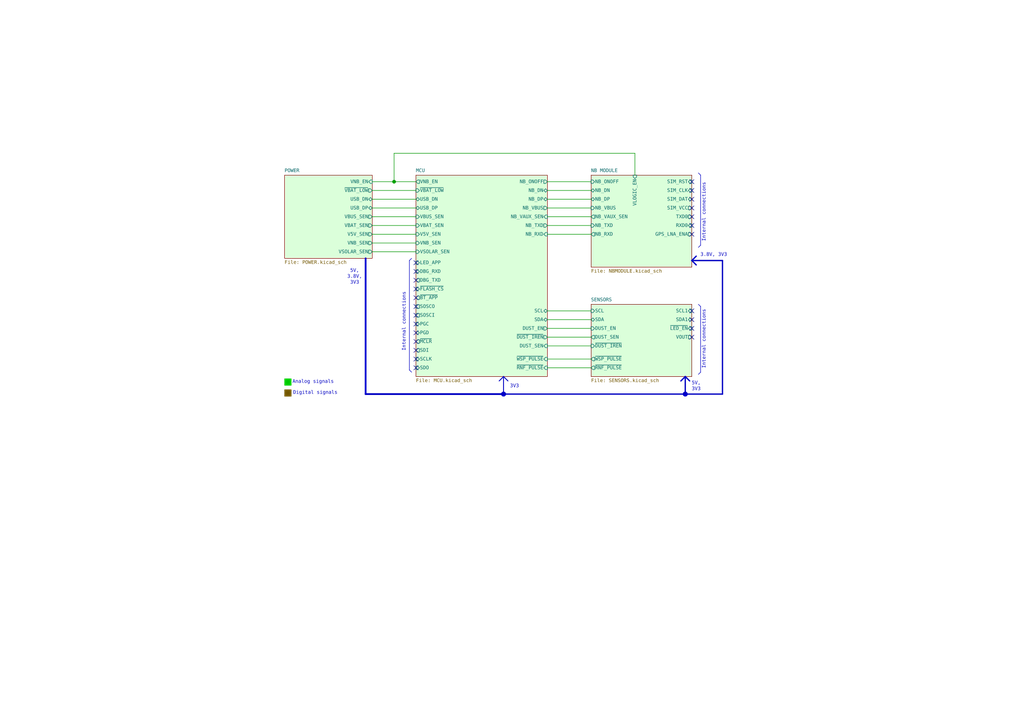
<source format=kicad_sch>
(kicad_sch
	(version 20231120)
	(generator "eeschema")
	(generator_version "8.0")
	(uuid "1dbde4b3-a3f3-4db1-8613-41244da68cdc")
	(paper "A4")
	(lib_symbols)
	(junction
		(at 114.3 52.705)
		(diameter 0)
		(color 0 0 0 0)
		(uuid "b4623f3c-e5dd-41dc-9d20-9e77ff2b172e")
	)
	(no_connect
		(at 200.66 90.17)
		(uuid "088f9468-739b-4da6-be18-6ceed1c6cc84")
	)
	(no_connect
		(at 120.65 88.9)
		(uuid "0894191f-a89c-433f-b937-ca7ef8140bd9")
	)
	(no_connect
		(at 120.65 81.28)
		(uuid "1d00ce6d-f057-4d71-830f-6d92e296a944")
	)
	(no_connect
		(at 120.65 76.2)
		(uuid "2718cc6f-4390-47ec-967d-ed1bf750a3b3")
	)
	(no_connect
		(at 200.66 67.945)
		(uuid "313d1442-9c29-455c-9152-f5809dbe3408")
	)
	(no_connect
		(at 120.65 91.44)
		(uuid "31c7cb29-afb9-4300-82dd-72d48861c6ea")
	)
	(no_connect
		(at 200.66 97.79)
		(uuid "324d5992-7989-4c15-979f-a851557ba1fb")
	)
	(no_connect
		(at 120.65 83.82)
		(uuid "3d9d32eb-3bf0-48f5-ad7a-7a4ef645345c")
	)
	(no_connect
		(at 120.65 104.14)
		(uuid "51cc94d3-0602-4383-8b4e-e8dc61df7c4f")
	)
	(no_connect
		(at 120.65 96.52)
		(uuid "5bec96de-8c9f-40de-80de-029b4e77cf36")
	)
	(no_connect
		(at 200.66 65.405)
		(uuid "67c64069-bd3c-4431-ba38-328b7d6fc0b6")
	)
	(no_connect
		(at 200.66 92.71)
		(uuid "738d8481-1d38-49ba-a162-b69251e4091b")
	)
	(no_connect
		(at 200.66 62.865)
		(uuid "7c275d27-f66c-4041-91cf-0c436c9b82cb")
	)
	(no_connect
		(at 200.66 55.245)
		(uuid "81c71508-b489-4cb5-910e-57436e982613")
	)
	(no_connect
		(at 120.65 86.36)
		(uuid "84198faa-0908-4f59-835f-551c81566bcb")
	)
	(no_connect
		(at 200.66 95.25)
		(uuid "9326120a-41e4-4542-b0a7-16719e3b61fe")
	)
	(no_connect
		(at 200.66 57.785)
		(uuid "9363f7c9-775b-44dc-ab01-209414718e33")
	)
	(no_connect
		(at 200.66 52.705)
		(uuid "aef96f0e-b461-4ca7-82c9-219294c7c846")
	)
	(no_connect
		(at 200.66 60.325)
		(uuid "beac3de5-7543-4f1f-b772-80423a9e6397")
	)
	(no_connect
		(at 120.65 78.74)
		(uuid "cbfd627d-63a0-4987-897e-d2e92fa5ae6e")
	)
	(no_connect
		(at 120.65 93.98)
		(uuid "cd3d229e-720c-4766-b39c-ce0a22e0fb39")
	)
	(no_connect
		(at 120.65 106.68)
		(uuid "d2f8ccea-75a1-4d37-b3c6-06a8d234e393")
	)
	(no_connect
		(at 120.65 101.6)
		(uuid "eabeef8c-f50e-4205-a883-a09af7d04a46")
	)
	(no_connect
		(at 120.65 99.06)
		(uuid "fdb098a3-76b2-466f-86e5-c30de281e91d")
	)
	(polyline
		(pts
			(xy 203.2 88.9) (xy 203.2 107.95)
		)
		(stroke
			(width 0)
			(type default)
		)
		(uuid "07d34317-c02a-438c-b6a0-52cf8ed80b02")
	)
	(wire
		(pts
			(xy 158.75 104.14) (xy 171.45 104.14)
		)
		(stroke
			(width 0)
			(type default)
		)
		(uuid "0ad8c395-f35b-4e3c-a1d6-5f6922f0dcf9")
	)
	(wire
		(pts
			(xy 158.75 62.865) (xy 171.45 62.865)
		)
		(stroke
			(width 0)
			(type default)
		)
		(uuid "0d50b26a-8119-468c-8197-6fec06373f85")
	)
	(wire
		(pts
			(xy 107.95 57.785) (xy 120.65 57.785)
		)
		(stroke
			(width 0)
			(type default)
		)
		(uuid "103e3543-8cae-45e5-87ba-40fd093145c5")
	)
	(polyline
		(pts
			(xy 146.05 109.22) (xy 147.32 110.49)
		)
		(stroke
			(width 0.254)
			(type default)
		)
		(uuid "2037e504-d315-4aa5-8600-8b898bf2b60a")
	)
	(wire
		(pts
			(xy 158.75 90.17) (xy 171.45 90.17)
		)
		(stroke
			(width 0)
			(type default)
		)
		(uuid "20cdfeef-f725-4187-938b-73ae8872d18a")
	)
	(wire
		(pts
			(xy 107.95 62.865) (xy 120.65 62.865)
		)
		(stroke
			(width 0)
			(type default)
		)
		(uuid "2ab48e59-c94a-4458-a93e-9bfe1f7f0684")
	)
	(wire
		(pts
			(xy 158.75 57.785) (xy 171.45 57.785)
		)
		(stroke
			(width 0)
			(type default)
		)
		(uuid "2dcaddab-3eff-4597-b741-1838633f43cb")
	)
	(polyline
		(pts
			(xy 119.38 74.93) (xy 118.745 75.565)
		)
		(stroke
			(width 0)
			(type default)
		)
		(uuid "3207dd72-9b66-4aab-a18b-cb242312087d")
	)
	(wire
		(pts
			(xy 158.75 67.945) (xy 171.45 67.945)
		)
		(stroke
			(width 0)
			(type default)
		)
		(uuid "349c28ef-de2f-4132-bb7f-0c15b6e20adb")
	)
	(wire
		(pts
			(xy 158.75 52.705) (xy 171.45 52.705)
		)
		(stroke
			(width 0)
			(type default)
		)
		(uuid "372ecbe0-53d5-4cca-9137-82f23de85e84")
	)
	(polyline
		(pts
			(xy 202.565 71.755) (xy 203.2 71.12)
		)
		(stroke
			(width 0)
			(type default)
		)
		(uuid "3c466834-49ea-48ed-a8a9-7691ca0e12f6")
	)
	(polyline
		(pts
			(xy 202.565 50.165) (xy 203.2 50.8)
		)
		(stroke
			(width 0)
			(type default)
		)
		(uuid "3dfe2a9d-d683-41be-8eb5-00d6140d0064")
	)
	(polyline
		(pts
			(xy 202.565 108.585) (xy 203.2 107.95)
		)
		(stroke
			(width 0)
			(type default)
		)
		(uuid "403f7d7c-bd92-4219-a5ed-2cc428bb8a32")
	)
	(wire
		(pts
			(xy 158.75 97.79) (xy 171.45 97.79)
		)
		(stroke
			(width 0)
			(type default)
		)
		(uuid "4dda27ad-25ff-42fb-a5f6-16fe27e1ed83")
	)
	(wire
		(pts
			(xy 114.3 44.45) (xy 114.3 52.705)
		)
		(stroke
			(width 0)
			(type default)
		)
		(uuid "62b82250-b893-42a1-9f0f-2d46025c59d7")
	)
	(wire
		(pts
			(xy 107.95 70.485) (xy 120.65 70.485)
		)
		(stroke
			(width 0)
			(type default)
		)
		(uuid "662705f4-da07-4c47-95a7-e6af41999834")
	)
	(wire
		(pts
			(xy 107.95 55.245) (xy 120.65 55.245)
		)
		(stroke
			(width 0)
			(type default)
		)
		(uuid "6f62ef75-f204-4195-b277-24e5b4817dbb")
	)
	(polyline
		(pts
			(xy 146.05 109.22) (xy 146.05 114.3)
		)
		(stroke
			(width 0.254)
			(type default)
		)
		(uuid "73a5b0ac-834d-47a9-a4f8-0f71485ce782")
	)
	(polyline
		(pts
			(xy 209.55 114.3) (xy 209.55 75.565)
		)
		(stroke
			(width 0.381)
			(type default)
		)
		(uuid "75f0721b-0852-4b3a-b4d6-c97a0f12a05e")
	)
	(wire
		(pts
			(xy 107.95 67.945) (xy 120.65 67.945)
		)
		(stroke
			(width 0)
			(type default)
		)
		(uuid "7d762dc7-43a0-45cb-bc90-ee32adb83835")
	)
	(polyline
		(pts
			(xy 106.045 74.93) (xy 106.045 114.3)
		)
		(stroke
			(width 0.508)
			(type default)
		)
		(uuid "7fc4abb5-2665-4636-b7b2-988a0c9e12a0")
	)
	(wire
		(pts
			(xy 158.75 60.325) (xy 171.45 60.325)
		)
		(stroke
			(width 0)
			(type default)
		)
		(uuid "8c8b13db-d81a-4059-b9df-abdd3adb9de1")
	)
	(polyline
		(pts
			(xy 200.025 110.49) (xy 198.755 109.22)
		)
		(stroke
			(width 0.381)
			(type default)
		)
		(uuid "91134c0a-50de-4c48-9c4c-383884d60b05")
	)
	(polyline
		(pts
			(xy 118.745 75.565) (xy 118.745 107.315)
		)
		(stroke
			(width 0)
			(type default)
		)
		(uuid "93aebcaa-dad9-460b-9d8b-da56b41842b5")
	)
	(polyline
		(pts
			(xy 144.78 110.49) (xy 146.05 109.22)
		)
		(stroke
			(width 0.254)
			(type default)
		)
		(uuid "9c504019-73ea-4a8a-99b9-594516f2c168")
	)
	(wire
		(pts
			(xy 107.95 65.405) (xy 120.65 65.405)
		)
		(stroke
			(width 0)
			(type default)
		)
		(uuid "9fdf79c6-bdb3-4dc8-be7b-b67cebd571fd")
	)
	(wire
		(pts
			(xy 184.15 44.45) (xy 114.3 44.45)
		)
		(stroke
			(width 0)
			(type default)
		)
		(uuid "a7c8ee97-a007-491c-ad49-d192222baffa")
	)
	(wire
		(pts
			(xy 107.95 73.025) (xy 120.65 73.025)
		)
		(stroke
			(width 0)
			(type default)
		)
		(uuid "a84903b8-85ef-4546-bb63-a77768c68d61")
	)
	(polyline
		(pts
			(xy 198.755 109.22) (xy 198.755 114.3)
		)
		(stroke
			(width 0.381)
			(type default)
		)
		(uuid "a85eb380-15c5-4e30-ba7c-4d264b874ab3")
	)
	(wire
		(pts
			(xy 107.95 52.705) (xy 114.3 52.705)
		)
		(stroke
			(width 0)
			(type default)
		)
		(uuid "ad882d36-7742-4a0e-bd1d-b62ed776126b")
	)
	(wire
		(pts
			(xy 107.95 60.325) (xy 120.65 60.325)
		)
		(stroke
			(width 0)
			(type default)
		)
		(uuid "ae5b08a4-485f-45a2-a75d-c10e5088ebbd")
	)
	(wire
		(pts
			(xy 158.75 55.245) (xy 171.45 55.245)
		)
		(stroke
			(width 0)
			(type default)
		)
		(uuid "b00d1e08-c591-4579-8d1d-141a18ff35bb")
	)
	(wire
		(pts
			(xy 158.75 65.405) (xy 171.45 65.405)
		)
		(stroke
			(width 0)
			(type default)
		)
		(uuid "b0ca0c56-c367-4341-ab41-5d03c3d8725b")
	)
	(polyline
		(pts
			(xy 202.565 88.265) (xy 203.2 88.9)
		)
		(stroke
			(width 0)
			(type default)
		)
		(uuid "b914627a-8496-4d9e-b9bf-92bfc28e635e")
	)
	(polyline
		(pts
			(xy 118.745 107.315) (xy 119.38 107.95)
		)
		(stroke
			(width 0)
			(type default)
		)
		(uuid "bb1ba5cb-f8cc-4fa7-9d51-2a6e4f4d4f72")
	)
	(polyline
		(pts
			(xy 146.05 114.3) (xy 198.755 114.3)
		)
		(stroke
			(width 0.381)
			(type default)
		)
		(uuid "bb238753-8b35-4934-88c1-1c2a99ae2617")
	)
	(polyline
		(pts
			(xy 198.755 109.22) (xy 197.485 110.49)
		)
		(stroke
			(width 0.381)
			(type default)
		)
		(uuid "bfcdb646-d48b-4c7c-9cb9-6cf380208a35")
	)
	(polyline
		(pts
			(xy 200.66 75.565) (xy 201.93 74.295)
		)
		(stroke
			(width 0.381)
			(type default)
		)
		(uuid "d23d1a68-eda3-443c-b0f6-593a24748c8a")
	)
	(polyline
		(pts
			(xy 106.045 114.3) (xy 146.05 114.3)
		)
		(stroke
			(width 0.508)
			(type default)
		)
		(uuid "d4b4a7b7-e016-4baa-9cff-7b1dd3fe90af")
	)
	(wire
		(pts
			(xy 158.75 100.33) (xy 171.45 100.33)
		)
		(stroke
			(width 0)
			(type default)
		)
		(uuid "dab49f5e-c13c-4b41-91a6-e76c6dfedcc7")
	)
	(polyline
		(pts
			(xy 200.66 75.565) (xy 209.55 75.565)
		)
		(stroke
			(width 0.381)
			(type default)
		)
		(uuid "ddbc616f-f118-4278-9ea7-b08b16ab4d38")
	)
	(wire
		(pts
			(xy 158.75 92.71) (xy 171.45 92.71)
		)
		(stroke
			(width 0)
			(type default)
		)
		(uuid "e5b74d44-2c84-41d3-bec8-0bd6bbc727e0")
	)
	(wire
		(pts
			(xy 158.75 106.68) (xy 171.45 106.68)
		)
		(stroke
			(width 0)
			(type default)
		)
		(uuid "e737dadf-f6d7-4cbc-8b58-6ac58564e6ff")
	)
	(wire
		(pts
			(xy 158.75 95.25) (xy 171.45 95.25)
		)
		(stroke
			(width 0)
			(type default)
		)
		(uuid "e9e9f052-93cc-4ac8-b802-6b438c1cf78c")
	)
	(polyline
		(pts
			(xy 198.755 114.3) (xy 209.55 114.3)
		)
		(stroke
			(width 0.381)
			(type default)
		)
		(uuid "ea0418e7-2117-4d1d-8cf9-d66064a1c7f4")
	)
	(polyline
		(pts
			(xy 203.2 71.12) (xy 203.2 50.8)
		)
		(stroke
			(width 0)
			(type default)
		)
		(uuid "ecf356d1-5c78-4040-9019-d8bb84a381ec")
	)
	(wire
		(pts
			(xy 184.15 50.8) (xy 184.15 44.45)
		)
		(stroke
			(width 0)
			(type default)
		)
		(uuid "f06ead21-9ed0-4a60-85d1-02784bfe61a0")
	)
	(polyline
		(pts
			(xy 200.66 75.565) (xy 201.93 76.835)
		)
		(stroke
			(width 0.381)
			(type default)
		)
		(uuid "f1ac7950-597a-4c5c-96ce-3051c26feadd")
	)
	(wire
		(pts
			(xy 114.3 52.705) (xy 120.65 52.705)
		)
		(stroke
			(width 0)
			(type default)
		)
		(uuid "fcb6760f-bb14-4695-b2df-184ba813ce31")
	)
	(circle
		(center 198.755 114.3)
		(radius 0.635)
		(stroke
			(width 0)
			(type solid)
		)
		(fill
			(type color)
			(color 0 0 200 1)
		)
		(uuid 1e065a34-c375-4724-a147-ebceb91e7507)
	)
	(rectangle
		(start 82.55 109.855)
		(end 84.455 111.76)
		(stroke
			(width 0)
			(type default)
			(color 0 200 0 1)
		)
		(fill
			(type color)
			(color 0 200 0 1)
		)
		(uuid 66a0674c-47ff-4ee4-afb3-88f60104b888)
	)
	(rectangle
		(start 82.55 113.03)
		(end 84.455 114.935)
		(stroke
			(width 0)
			(type default)
			(color 114 86 0 1)
		)
		(fill
			(type color)
			(color 114 86 0 1)
		)
		(uuid e64f4ef0-bf5b-40e1-8697-7401de12a29f)
	)
	(circle
		(center 146.05 114.3)
		(radius 0.635)
		(stroke
			(width 0)
			(type solid)
		)
		(fill
			(type color)
			(color 0 0 200 1)
		)
		(uuid f8d41458-1a5d-4f97-a15d-4f97dd1e43dc)
	)
	(text "Internal connections"
		(exclude_from_sim no)
		(at 204.47 98.425 90)
		(effects
			(font
				(face "Consolas")
				(size 1.016 1.016)
			)
		)
		(uuid "09429476-db43-4c2a-910d-54373259dba9")
	)
	(text "Internal connections"
		(exclude_from_sim no)
		(at 117.475 93.345 90)
		(effects
			(font
				(face "Consolas")
				(size 1.016 1.016)
			)
		)
		(uuid "15f6fc88-5cbe-4951-8e40-7fe3430e59f4")
	)
	(text "Digital signals"
		(exclude_from_sim no)
		(at 91.44 114.3 0)
		(effects
			(font
				(face "Consolas")
				(size 1.016 1.016)
			)
		)
		(uuid "262b70b1-c608-4892-9fe6-0538b4f725db")
	)
	(text "Internal connections"
		(exclude_from_sim no)
		(at 204.47 61.595 90)
		(effects
			(font
				(face "Consolas")
				(size 1.016 1.016)
			)
		)
		(uuid "2dcdcaaa-88d1-4aea-acce-5bf8e6af49ef")
	)
	(text "3V3"
		(exclude_from_sim no)
		(at 149.225 112.395 0)
		(effects
			(font
				(face "Consolas")
				(size 1.016 1.016)
			)
		)
		(uuid "3628d4bb-ef68-411f-9896-8c7aaa7d59a9")
	)
	(text "5V,\n3.8V,\n3V3"
		(exclude_from_sim no)
		(at 102.87 80.645 0)
		(effects
			(font
				(face "Consolas")
				(size 1.016 1.016)
			)
		)
		(uuid "71903686-e983-4d1a-802b-058fb1be1629")
	)
	(text "3.8V, 3V3"
		(exclude_from_sim no)
		(at 207.01 74.295 0)
		(effects
			(font
				(face "Consolas")
				(size 1.016 1.016)
			)
		)
		(uuid "ad90217f-4223-4c07-ace4-48a27b67471b")
	)
	(text "Analog signals"
		(exclude_from_sim no)
		(at 90.805 111.125 0)
		(effects
			(font
				(face "Consolas")
				(size 1.016 1.016)
			)
		)
		(uuid "af203895-f9fd-4afe-ba03-0c4133c7e811")
	)
	(text "5V,\n3V3"
		(exclude_from_sim no)
		(at 201.93 112.395 0)
		(effects
			(font
				(face "Consolas")
				(size 1.016 1.016)
			)
		)
		(uuid "b8e04930-5a1d-487d-bf29-64b5f69f4a20")
	)
	(sheet
		(at 82.55 50.8)
		(size 25.4 24.13)
		(fields_autoplaced yes)
		(stroke
			(width 0.1524)
			(type solid)
		)
		(fill
			(color 219 255 218 1.0000)
		)
		(uuid "37fed46e-66d2-45b8-b7c6-221d21bef91d")
		(property "Sheetname" "POWER"
			(at 82.55 50.0884 0)
			(effects
				(font
					(face "Consolas")
					(size 1.016 1.016)
				)
				(justify left bottom)
			)
		)
		(property "Sheetfile" "POWER.kicad_sch"
			(at 82.55 75.5146 0)
			(effects
				(font
					(face "Consolas")
					(size 1.016 1.016)
				)
				(justify left top)
			)
		)
		(pin "~{VBAT_LOW}" output
			(at 107.95 55.245 0)
			(effects
				(font
					(face "Consolas")
					(size 1.016 1.016)
				)
				(justify right)
			)
			(uuid "facc07e8-1b62-4919-8971-6470366b8255")
		)
		(pin "VBAT_SEN" output
			(at 107.95 65.405 0)
			(effects
				(font
					(face "Consolas")
					(size 1.016 1.016)
				)
				(justify right)
			)
			(uuid "f822f7a1-31df-4196-9215-48d805ff16fe")
		)
		(pin "VNB_EN" input
			(at 107.95 52.705 0)
			(effects
				(font
					(face "Consolas")
					(size 1.016 1.016)
				)
				(justify right)
			)
			(uuid "eb645752-68b0-4f41-9050-636eca606275")
		)
		(pin "USB_DN" bidirectional
			(at 107.95 57.785 0)
			(effects
				(font
					(face "Consolas")
					(size 1.016 1.016)
				)
				(justify right)
			)
			(uuid "4680a3c2-9253-4b7e-b0e7-09b60652f1e3")
		)
		(pin "USB_DP" bidirectional
			(at 107.95 60.325 0)
			(effects
				(font
					(face "Consolas")
					(size 1.016 1.016)
				)
				(justify right)
			)
			(uuid "e36c0481-b3eb-405c-9d68-95c097b9bbc7")
		)
		(pin "VSOLAR_SEN" output
			(at 107.95 73.025 0)
			(effects
				(font
					(face "Consolas")
					(size 1.016 1.016)
				)
				(justify right)
			)
			(uuid "c124a64e-189c-415e-84ed-621a20dc0a6e")
		)
		(pin "VBUS_SEN" output
			(at 107.95 62.865 0)
			(effects
				(font
					(face "Consolas")
					(size 1.016 1.016)
				)
				(justify right)
			)
			(uuid "407a80f6-fbb3-486c-aa35-5b84e02507e1")
		)
		(pin "VNB_SEN" output
			(at 107.95 70.485 0)
			(effects
				(font
					(face "Consolas")
					(size 1.016 1.016)
				)
				(justify right)
			)
			(uuid "0c7b7b78-70a6-4e20-99a8-e51fb037cf7d")
		)
		(pin "V5V_SEN" output
			(at 107.95 67.945 0)
			(effects
				(font
					(face "Consolas")
					(size 1.016 1.016)
				)
				(justify right)
			)
			(uuid "fae8c849-c89c-44cb-84ca-be1ab8f8b6ff")
		)
		(instances
			(project "WeatherStation"
				(path "/1dbde4b3-a3f3-4db1-8613-41244da68cdc"
					(page "2")
				)
			)
		)
	)
	(sheet
		(at 171.45 50.8)
		(size 29.21 26.67)
		(fields_autoplaced yes)
		(stroke
			(width 0.1524)
			(type solid)
		)
		(fill
			(color 219 255 218 1.0000)
		)
		(uuid "62d9edff-dabb-4f6f-b473-37925f91df33")
		(property "Sheetname" "NB MODULE"
			(at 171.45 50.0884 0)
			(effects
				(font
					(face "Consolas")
					(size 1.016 1.016)
				)
				(justify left bottom)
			)
		)
		(property "Sheetfile" "NBMODULE.kicad_sch"
			(at 171.45 78.0546 0)
			(effects
				(font
					(face "Consolas")
					(size 1.016 1.016)
				)
				(justify left top)
			)
		)
		(pin "SIM_RST" input
			(at 200.66 52.705 0)
			(effects
				(font
					(face "Consolas")
					(size 1.016 1.016)
				)
				(justify right)
			)
			(uuid "5e3ecb16-d457-43bf-8b85-0407b69be20b")
		)
		(pin "SIM_CLK" input
			(at 200.66 55.245 0)
			(effects
				(font
					(face "Consolas")
					(size 1.016 1.016)
				)
				(justify right)
			)
			(uuid "d91d0cd6-be86-4980-9ea6-567ca58ac872")
		)
		(pin "SIM_DAT" bidirectional
			(at 200.66 57.785 0)
			(effects
				(font
					(face "Consolas")
					(size 1.016 1.016)
				)
				(justify right)
			)
			(uuid "7a322d3c-88b8-4895-aee2-e9bfabe6dca0")
		)
		(pin "SIM_VCC" output
			(at 200.66 60.325 0)
			(effects
				(font
					(face "Consolas")
					(size 1.016 1.016)
				)
				(justify right)
			)
			(uuid "d28c3c22-52a3-47c2-8c96-caad56bc1cd3")
		)
		(pin "NB_RXD" output
			(at 171.45 67.945 180)
			(effects
				(font
					(face "Consolas")
					(size 1.016 1.016)
				)
				(justify left)
			)
			(uuid "c07b6168-e900-4fdb-86e1-bf987f1a5539")
		)
		(pin "NB_TXD" input
			(at 171.45 65.405 180)
			(effects
				(font
					(face "Consolas")
					(size 1.016 1.016)
				)
				(justify left)
			)
			(uuid "5b704863-e967-442d-8e8b-d11b797786e4")
		)
		(pin "NB_VBUS" input
			(at 171.45 60.325 180)
			(effects
				(font
					(face "Consolas")
					(size 1.016 1.016)
				)
				(justify left)
			)
			(uuid "ad0c87f2-c125-47a1-b7e6-7731371f9290")
		)
		(pin "TXD0" output
			(at 200.66 62.865 0)
			(effects
				(font
					(face "Consolas")
					(size 1.016 1.016)
				)
				(justify right)
			)
			(uuid "5b510add-4512-4795-a4f3-e5436c97607d")
		)
		(pin "RXD0" input
			(at 200.66 65.405 0)
			(effects
				(font
					(face "Consolas")
					(size 1.016 1.016)
				)
				(justify right)
			)
			(uuid "a39c59a9-e526-4104-845c-6074ff12b7df")
		)
		(pin "NB_DN" bidirectional
			(at 171.45 55.245 180)
			(effects
				(font
					(face "Consolas")
					(size 1.016 1.016)
				)
				(justify left)
			)
			(uuid "9051d9ec-0928-4567-ba02-335249e71933")
		)
		(pin "NB_DP" bidirectional
			(at 171.45 57.785 180)
			(effects
				(font
					(face "Consolas")
					(size 1.016 1.016)
				)
				(justify left)
			)
			(uuid "97888dee-4c15-410f-a78a-7efd6bf2a5e0")
		)
		(pin "GPS_LNA_ENA" output
			(at 200.66 67.945 0)
			(effects
				(font
					(face "Consolas")
					(size 1.016 1.016)
				)
				(justify right)
			)
			(uuid "ffa3c6b4-9d0f-4aa0-ae3b-f24bac4d34c9")
		)
		(pin "NB_VAUX_SEN" output
			(at 171.45 62.865 180)
			(effects
				(font
					(face "Consolas")
					(size 1.016 1.016)
				)
				(justify left)
			)
			(uuid "54b9be9b-806a-46a6-93d4-72d97e24b438")
		)
		(pin "NB_ONOFF" input
			(at 171.45 52.705 180)
			(effects
				(font
					(face "Consolas")
					(size 1.016 1.016)
				)
				(justify left)
			)
			(uuid "94d66c7d-b9f2-498c-96c8-ccecc809b66d")
		)
		(pin "VLOGIC_EN" input
			(at 184.15 50.8 90)
			(effects
				(font
					(face "Consolas")
					(size 1.016 1.016)
				)
				(justify right)
			)
			(uuid "9d42762d-731d-49c1-8bb8-7faeafae5103")
		)
		(instances
			(project "WeatherStation"
				(path "/1dbde4b3-a3f3-4db1-8613-41244da68cdc"
					(page "4")
				)
			)
		)
	)
	(sheet
		(at 171.45 88.265)
		(size 29.21 20.955)
		(fields_autoplaced yes)
		(stroke
			(width 0.1524)
			(type solid)
		)
		(fill
			(color 219 255 218 1.0000)
		)
		(uuid "65e81b62-30c9-4494-b232-17e5fa8f6f62")
		(property "Sheetname" "SENSORS"
			(at 171.45 87.5534 0)
			(effects
				(font
					(face "Consolas")
					(size 1.016 1.016)
				)
				(justify left bottom)
			)
		)
		(property "Sheetfile" "SENSORS.kicad_sch"
			(at 171.45 109.8046 0)
			(effects
				(font
					(face "Consolas")
					(size 1.016 1.016)
				)
				(justify left top)
			)
		)
		(pin "~{DUST_IREN}" input
			(at 171.45 100.33 180)
			(effects
				(font
					(face "Consolas")
					(size 1.016 1.016)
				)
				(justify left)
			)
			(uuid "da1a912e-312d-489f-a61c-9f821009a9bc")
		)
		(pin "DUST_SEN" output
			(at 171.45 97.79 180)
			(effects
				(font
					(face "Consolas")
					(size 1.016 1.016)
				)
				(justify left)
			)
			(uuid "5216d315-b0b9-4b77-b181-4a61d408353a")
		)
		(pin "SCL" input
			(at 171.45 90.17 180)
			(effects
				(font
					(face "Consolas")
					(size 1.016 1.016)
				)
				(justify left)
			)
			(uuid "282df47a-81a7-4776-9a9d-bc1d3b052e9c")
		)
		(pin "SDA" bidirectional
			(at 171.45 92.71 180)
			(effects
				(font
					(face "Consolas")
					(size 1.016 1.016)
				)
				(justify left)
			)
			(uuid "a4cf5f46-ef5a-43ac-b864-3bde4c41df9c")
		)
		(pin "DUST_EN" input
			(at 171.45 95.25 180)
			(effects
				(font
					(face "Consolas")
					(size 1.016 1.016)
				)
				(justify left)
			)
			(uuid "cff0565a-e33d-4b7c-b725-b8a348393a5a")
		)
		(pin "SDA1" bidirectional
			(at 200.66 92.71 0)
			(effects
				(font
					(face "Consolas")
					(size 1.016 1.016)
				)
				(justify right)
			)
			(uuid "8dc45d74-a7a2-4a08-af06-cd7d5d5be78a")
		)
		(pin "SCL1" input
			(at 200.66 90.17 0)
			(effects
				(font
					(face "Consolas")
					(size 1.016 1.016)
				)
				(justify right)
			)
			(uuid "e6d7b8aa-386d-4a66-bd23-36e231b34978")
		)
		(pin "VOUT" output
			(at 200.66 97.79 0)
			(effects
				(font
					(face "Consolas")
					(size 1.016 1.016)
				)
				(justify right)
			)
			(uuid "647d2257-ddf4-4dd9-a758-38814f578f82")
		)
		(pin "~{LED_EN}" input
			(at 200.66 95.25 0)
			(effects
				(font
					(face "Consolas")
					(size 1.016 1.016)
				)
				(justify right)
			)
			(uuid "ce9aa80d-2250-45b2-9e9c-9a66f459d6b2")
		)
		(pin "~{RNF_PULSE}" output
			(at 171.45 106.68 180)
			(effects
				(font
					(face "Consolas")
					(size 1.016 1.016)
				)
				(justify left)
			)
			(uuid "ae0d2610-7845-44c4-be0f-676cf784622e")
		)
		(pin "~{WSP_PULSE}" output
			(at 171.45 104.14 180)
			(effects
				(font
					(face "Consolas")
					(size 1.016 1.016)
				)
				(justify left)
			)
			(uuid "be9781b7-9966-4221-8ba5-f10162060a33")
		)
		(instances
			(project "WeatherStation"
				(path "/1dbde4b3-a3f3-4db1-8613-41244da68cdc"
					(page "5")
				)
			)
		)
	)
	(sheet
		(at 120.65 50.8)
		(size 38.1 58.42)
		(fields_autoplaced yes)
		(stroke
			(width 0.1524)
			(type solid)
		)
		(fill
			(color 219 255 218 1.0000)
		)
		(uuid "c1b57228-8a74-47e2-83ea-5794be8cbd31")
		(property "Sheetname" "MCU"
			(at 120.65 50.0884 0)
			(effects
				(font
					(face "Consolas")
					(size 1.016 1.016)
				)
				(justify left bottom)
			)
		)
		(property "Sheetfile" "MCU.kicad_sch"
			(at 120.65 109.8046 0)
			(effects
				(font
					(face "Consolas")
					(size 1.016 1.016)
				)
				(justify left top)
			)
		)
		(pin "SCL" bidirectional
			(at 158.75 90.17 0)
			(effects
				(font
					(face "Consolas")
					(size 1.016 1.016)
				)
				(justify right)
			)
			(uuid "226edaa5-0a30-484e-b05d-493c4ebac755")
		)
		(pin "SDA" bidirectional
			(at 158.75 92.71 0)
			(effects
				(font
					(face "Consolas")
					(size 1.016 1.016)
				)
				(justify right)
			)
			(uuid "05472dab-31eb-4e0b-8a64-47f7a028d817")
		)
		(pin "DBG_RXD" input
			(at 120.65 78.74 180)
			(effects
				(font
					(face "Consolas")
					(size 1.016 1.016)
				)
				(justify left)
			)
			(uuid "5e2d5b36-5e5c-48cd-a72e-6ec07fa7fed9")
		)
		(pin "DBG_TXD" output
			(at 120.65 81.28 180)
			(effects
				(font
					(face "Consolas")
					(size 1.016 1.016)
				)
				(justify left)
			)
			(uuid "2d87b247-dcac-40bc-acd8-0278bb120415")
		)
		(pin "PGC" input
			(at 120.65 93.98 180)
			(effects
				(font
					(face "Consolas")
					(size 1.016 1.016)
				)
				(justify left)
			)
			(uuid "a12ad444-9946-44f9-9709-5ef3f1ff16ce")
		)
		(pin "DUST_EN" output
			(at 158.75 95.25 0)
			(effects
				(font
					(face "Consolas")
					(size 1.016 1.016)
				)
				(justify right)
			)
			(uuid "4bd43996-8f41-4524-87de-dee0aa8fe68a")
		)
		(pin "PGD" bidirectional
			(at 120.65 96.52 180)
			(effects
				(font
					(face "Consolas")
					(size 1.016 1.016)
				)
				(justify left)
			)
			(uuid "9abc7c5f-2074-4467-af6c-0c553cfe29b5")
		)
		(pin "SDO" input
			(at 120.65 106.68 180)
			(effects
				(font
					(face "Consolas")
					(size 1.016 1.016)
				)
				(justify left)
			)
			(uuid "81586df5-cba9-4baf-b43d-05f06985b31c")
		)
		(pin "SCLK" input
			(at 120.65 104.14 180)
			(effects
				(font
					(face "Consolas")
					(size 1.016 1.016)
				)
				(justify left)
			)
			(uuid "6f2f448e-385e-4299-aae2-15b7b3fae58b")
		)
		(pin "SDI" output
			(at 120.65 101.6 180)
			(effects
				(font
					(face "Consolas")
					(size 1.016 1.016)
				)
				(justify left)
			)
			(uuid "a86bcc76-2687-4ab2-aabb-6b98e3f04f58")
		)
		(pin "SOSCI" passive
			(at 120.65 91.44 180)
			(effects
				(font
					(face "Consolas")
					(size 1.016 1.016)
				)
				(justify left)
			)
			(uuid "93a7f7ef-421a-4a78-aac2-2d4981ad461e")
		)
		(pin "USB_DN" bidirectional
			(at 120.65 57.785 180)
			(effects
				(font
					(face "Consolas")
					(size 1.016 1.016)
				)
				(justify left)
			)
			(uuid "6858baa8-6597-4f03-a275-8967ee5c5c29")
		)
		(pin "~{MCLR}" output
			(at 120.65 99.06 180)
			(effects
				(font
					(face "Consolas")
					(size 1.016 1.016)
				)
				(justify left)
			)
			(uuid "30e43603-87a9-4afe-8bc7-36c7df6436f7")
		)
		(pin "~{BT_APP}" output
			(at 120.65 86.36 180)
			(effects
				(font
					(face "Consolas")
					(size 1.016 1.016)
				)
				(justify left)
			)
			(uuid "71498358-8e2d-4b11-a352-16b4e4469aa2")
		)
		(pin "SOSCO" passive
			(at 120.65 88.9 180)
			(effects
				(font
					(face "Consolas")
					(size 1.016 1.016)
				)
				(justify left)
			)
			(uuid "e9d3a06c-4a5b-43d0-a11d-6ca9de74ea12")
		)
		(pin "~{FLASH_CS}" input
			(at 120.65 83.82 180)
			(effects
				(font
					(face "Consolas")
					(size 1.016 1.016)
				)
				(justify left)
			)
			(uuid "20cc445a-037f-4d61-b1e5-9be56c54ae44")
		)
		(pin "DUST_SEN" input
			(at 158.75 100.33 0)
			(effects
				(font
					(face "Consolas")
					(size 1.016 1.016)
				)
				(justify right)
			)
			(uuid "aa281473-a698-4dea-9dd1-8f3a9e9ea05e")
		)
		(pin "~{RNF_PULSE}" input
			(at 158.75 106.68 0)
			(effects
				(font
					(face "Consolas")
					(size 1.016 1.016)
				)
				(justify right)
			)
			(uuid "334aa9a3-315c-48e3-a653-620158908e1c")
		)
		(pin "~{WSP_PULSE}" input
			(at 158.75 104.14 0)
			(effects
				(font
					(face "Consolas")
					(size 1.016 1.016)
				)
				(justify right)
			)
			(uuid "586dd3eb-f216-4288-b8eb-e44acaf7e25d")
		)
		(pin "~{DUST_IREN}" output
			(at 158.75 97.79 0)
			(effects
				(font
					(face "Consolas")
					(size 1.016 1.016)
				)
				(justify right)
			)
			(uuid "d55b96f1-07ea-4919-ae4d-4aadce4fe50d")
		)
		(pin "V5V_SEN" input
			(at 120.65 67.945 180)
			(effects
				(font
					(face "Consolas")
					(size 1.016 1.016)
				)
				(justify left)
			)
			(uuid "bce1014e-66aa-4f26-b5de-a9414646c7ae")
		)
		(pin "USB_DP" bidirectional
			(at 120.65 60.325 180)
			(effects
				(font
					(face "Consolas")
					(size 1.016 1.016)
				)
				(justify left)
			)
			(uuid "b73f762d-4df1-4fbe-83e0-9dab13a8cedb")
		)
		(pin "VSOLAR_SEN" input
			(at 120.65 73.025 180)
			(effects
				(font
					(face "Consolas")
					(size 1.016 1.016)
				)
				(justify left)
			)
			(uuid "0353ae7e-d14a-493d-ab20-306ea7d37064")
		)
		(pin "VBUS_SEN" input
			(at 120.65 62.865 180)
			(effects
				(font
					(face "Consolas")
					(size 1.016 1.016)
				)
				(justify left)
			)
			(uuid "54c20865-fc20-439f-aba5-c160c10f5366")
		)
		(pin "VBAT_SEN" input
			(at 120.65 65.405 180)
			(effects
				(font
					(face "Consolas")
					(size 1.016 1.016)
				)
				(justify left)
			)
			(uuid "f489912a-6b92-400e-86b9-cabd5d939185")
		)
		(pin "VNB_SEN" input
			(at 120.65 70.485 180)
			(effects
				(font
					(face "Consolas")
					(size 1.016 1.016)
				)
				(justify left)
			)
			(uuid "b1e76219-22d6-4417-ab3f-139172c5d75f")
		)
		(pin "VNB_EN" output
			(at 120.65 52.705 180)
			(effects
				(font
					(face "Consolas")
					(size 1.016 1.016)
				)
				(justify left)
			)
			(uuid "ee4d3e43-a5e3-4f27-acf3-9a7e87b47c83")
		)
		(pin "~{VBAT_LOW}" input
			(at 120.65 55.245 180)
			(effects
				(font
					(face "Consolas")
					(size 1.016 1.016)
				)
				(justify left)
			)
			(uuid "f34c2d8d-450d-4e67-a277-65db221b4f96")
		)
		(pin "NB_ONOFF" output
			(at 158.75 52.705 0)
			(effects
				(font
					(face "Consolas")
					(size 1.016 1.016)
				)
				(justify right)
			)
			(uuid "29e1cf28-cf30-4304-973a-5964924ab050")
		)
		(pin "NB_RXD" input
			(at 158.75 67.945 0)
			(effects
				(font
					(face "Consolas")
					(size 1.016 1.016)
				)
				(justify right)
			)
			(uuid "f31107ce-0a80-4ba7-a599-93f0fc9ff100")
		)
		(pin "NB_TXD" output
			(at 158.75 65.405 0)
			(effects
				(font
					(face "Consolas")
					(size 1.016 1.016)
				)
				(justify right)
			)
			(uuid "0c32317a-f910-4a7d-afa3-3ec64a533517")
		)
		(pin "NB_VAUX_SEN" input
			(at 158.75 62.865 0)
			(effects
				(font
					(face "Consolas")
					(size 1.016 1.016)
				)
				(justify right)
			)
			(uuid "8356eeeb-9af9-4431-bdf4-f8b83b1d1fb4")
		)
		(pin "NB_DP" bidirectional
			(at 158.75 57.785 0)
			(effects
				(font
					(face "Consolas")
					(size 1.016 1.016)
				)
				(justify right)
			)
			(uuid "320a6595-e098-409f-83cd-573b314874f2")
		)
		(pin "NB_DN" bidirectional
			(at 158.75 55.245 0)
			(effects
				(font
					(face "Consolas")
					(size 1.016 1.016)
				)
				(justify right)
			)
			(uuid "f6d87cf3-b3d5-4e7a-9763-5f429f72a6f0")
		)
		(pin "NB_VBUS" output
			(at 158.75 60.325 0)
			(effects
				(font
					(face "Consolas")
					(size 1.016 1.016)
				)
				(justify right)
			)
			(uuid "8d7ca312-6985-4d7c-9ef9-b55d5b49ff21")
		)
		(pin "LED_APP" input
			(at 120.65 76.2 180)
			(effects
				(font
					(face "Consolas")
					(size 1.016 1.016)
				)
				(justify left)
			)
			(uuid "9929ea8a-4629-4209-9a25-4aef8f2f11cb")
		)
		(instances
			(project "WeatherStation"
				(path "/1dbde4b3-a3f3-4db1-8613-41244da68cdc"
					(page "3")
				)
			)
		)
	)
	(sheet_instances
		(path "/"
			(page "1")
		)
	)
)
</source>
